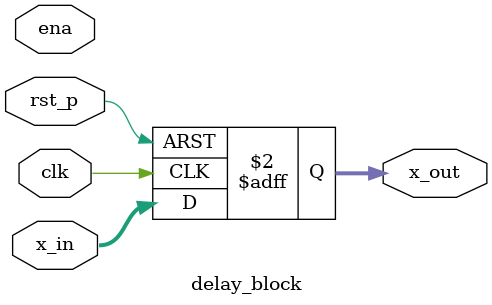
<source format=v>
module delay_block (
    input clk,
    input rst_p,
    input ena,
    input signed [15:0] x_in,
    output reg signed [15:0] x_out
);
    reg tmp_sig;
    always @(posedge clk or posedge rst_p) begin
        if(rst_p) begin
            x_out <= 0;
        end
        else begin
                x_out <= x_in;
            end 
        end  
endmodule

</source>
